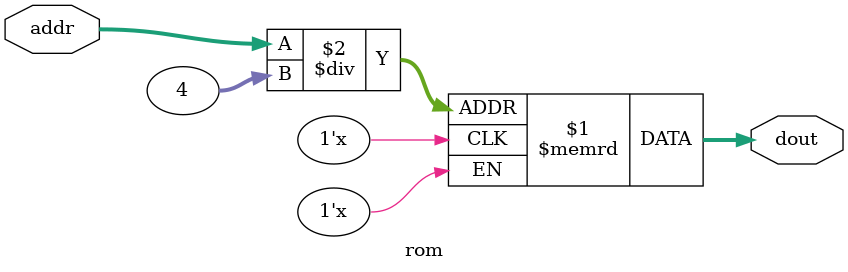
<source format=v>


`timescale 1ns/1ns

module rom(addr,dout);

parameter depth =256;
parameter bits = 32;
parameter width = 32;


input [bits-1:0] addr;
output [width-1:0] dout;

reg [width-1:0] Imem[depth-1:0];
    
initial begin
    //$readmemb("test_input/increment_array.out.no_address.text.bin", Imem);
    //$readmemb("test.bin", Imem);
    //$readmemb("test_input/ds.test.out.no_address.text.bin", Imem);
    //$readmemb("test_input/increment_array.out.no_address.text.bin", Imem);
end 


assign dout= Imem[addr/4]; 



endmodule
</source>
